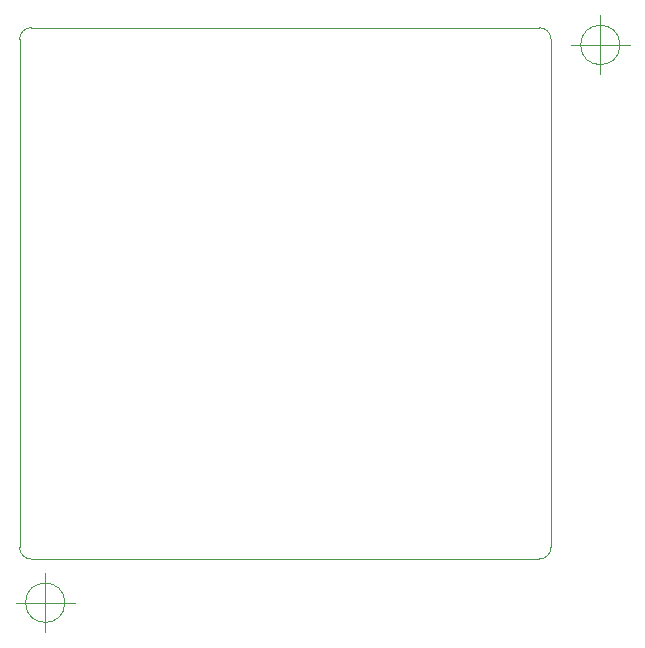
<source format=gbr>
%TF.GenerationSoftware,KiCad,Pcbnew,5.1.9+dfsg1-1*%
%TF.CreationDate,2022-06-05T14:52:39+03:00*%
%TF.ProjectId,Anemometr,416e656d-6f6d-4657-9472-2e6b69636164,rev?*%
%TF.SameCoordinates,Original*%
%TF.FileFunction,Profile,NP*%
%FSLAX46Y46*%
G04 Gerber Fmt 4.6, Leading zero omitted, Abs format (unit mm)*
G04 Created by KiCad (PCBNEW 5.1.9+dfsg1-1) date 2022-06-05 14:52:39*
%MOMM*%
%LPD*%
G01*
G04 APERTURE LIST*
%TA.AperFunction,Profile*%
%ADD10C,0.050000*%
%TD*%
G04 APERTURE END LIST*
D10*
X22841666Y-108700000D02*
G75*
G03*
X22841666Y-108700000I-1666666J0D01*
G01*
X18675000Y-108700000D02*
X23675000Y-108700000D01*
X21175000Y-106200000D02*
X21175000Y-111200000D01*
X69841666Y-61475000D02*
G75*
G03*
X69841666Y-61475000I-1666666J0D01*
G01*
X65675000Y-61475000D02*
X70675000Y-61475000D01*
X68175000Y-58975000D02*
X68175000Y-63975000D01*
X20000000Y-105000000D02*
G75*
G02*
X19000000Y-104000000I0J1000000D01*
G01*
X64000000Y-104000000D02*
G75*
G02*
X63000000Y-105000000I-1000000J0D01*
G01*
X63000000Y-60000000D02*
G75*
G02*
X64000000Y-61000000I0J-1000000D01*
G01*
X19000000Y-61000000D02*
G75*
G02*
X20000000Y-60000000I1000000J0D01*
G01*
X19000000Y-104000000D02*
X19000000Y-61000000D01*
X63000000Y-105000000D02*
X20000000Y-105000000D01*
X64000000Y-61000000D02*
X64000000Y-104000000D01*
X20000000Y-60000000D02*
X63000000Y-60000000D01*
M02*

</source>
